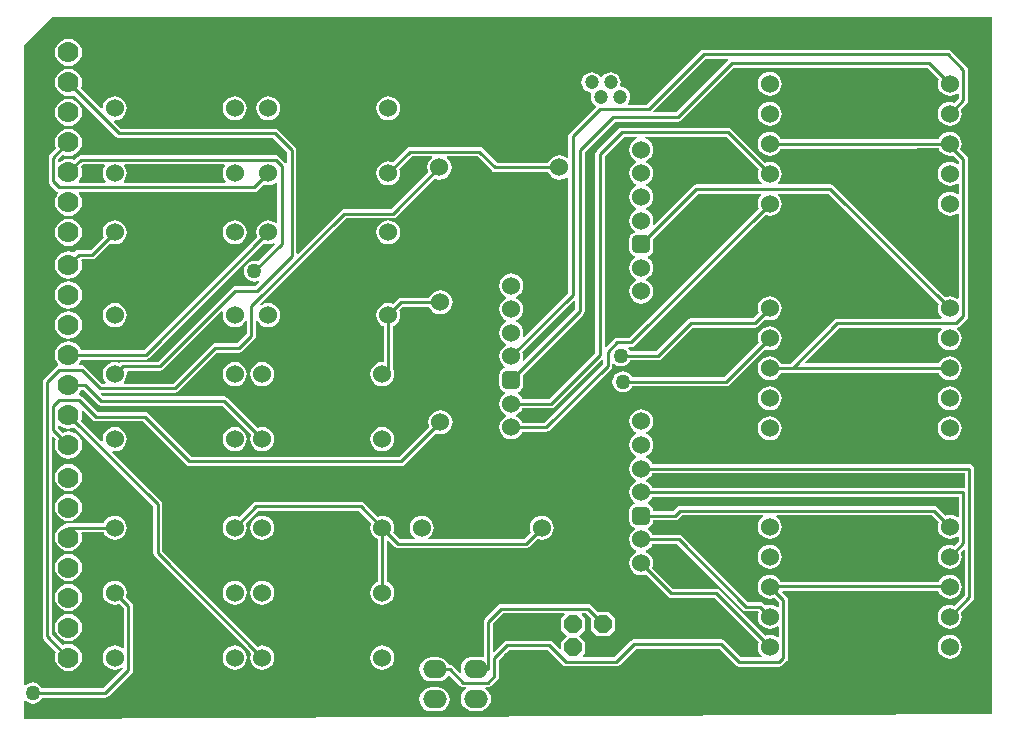
<source format=gbl>
G04 Layer_Physical_Order=2*
G04 Layer_Color=11436288*
%FSLAX24Y24*%
%MOIN*%
G70*
G01*
G75*
%ADD10C,0.0100*%
G04:AMPARAMS|DCode=11|XSize=60mil|YSize=60mil|CornerRadius=15mil|HoleSize=0mil|Usage=FLASHONLY|Rotation=90.000|XOffset=0mil|YOffset=0mil|HoleType=Round|Shape=RoundedRectangle|*
%AMROUNDEDRECTD11*
21,1,0.0600,0.0300,0,0,90.0*
21,1,0.0300,0.0600,0,0,90.0*
1,1,0.0300,0.0150,0.0150*
1,1,0.0300,0.0150,-0.0150*
1,1,0.0300,-0.0150,-0.0150*
1,1,0.0300,-0.0150,0.0150*
%
%ADD11ROUNDEDRECTD11*%
%ADD12C,0.0600*%
%ADD13C,0.0700*%
%ADD14O,0.0800X0.0600*%
%ADD15C,0.1070*%
%ADD16C,0.0472*%
%ADD17P,0.0639X8X22.5*%
%ADD18O,0.1181X0.1969*%
%ADD19C,0.0500*%
G36*
X49110Y10141D02*
X16870Y9946D01*
X16835Y9981D01*
Y10557D01*
X16885Y10571D01*
X16949Y10521D01*
X17035Y10486D01*
X17126Y10474D01*
X17217Y10486D01*
X17302Y10521D01*
X17376Y10577D01*
X17432Y10650D01*
X17441Y10674D01*
X19537D01*
X19595Y10685D01*
X19645Y10719D01*
X19645Y10719D01*
X20418Y11492D01*
X20451Y11541D01*
X20463Y11600D01*
Y13714D01*
X20451Y13772D01*
X20418Y13822D01*
X20220Y14020D01*
X20240Y14069D01*
X20254Y14173D01*
X20240Y14278D01*
X20200Y14375D01*
X20136Y14459D01*
X20052Y14523D01*
X19955Y14563D01*
X19850Y14577D01*
X19746Y14563D01*
X19649Y14523D01*
X19565Y14459D01*
X19501Y14375D01*
X19461Y14278D01*
X19447Y14173D01*
X19461Y14069D01*
X19501Y13971D01*
X19565Y13888D01*
X19649Y13824D01*
X19746Y13784D01*
X19850Y13770D01*
X19955Y13784D01*
X20004Y13804D01*
X20157Y13650D01*
Y12340D01*
X20107Y12315D01*
X20052Y12357D01*
X19955Y12398D01*
X19850Y12411D01*
X19746Y12398D01*
X19649Y12357D01*
X19565Y12293D01*
X19501Y12210D01*
X19461Y12112D01*
X19447Y12008D01*
X19461Y11903D01*
X19501Y11806D01*
X19565Y11723D01*
X19649Y11658D01*
X19746Y11618D01*
X19850Y11604D01*
X19955Y11618D01*
X20052Y11658D01*
X20071Y11673D01*
X20125Y11652D01*
X20128Y11634D01*
X19473Y10980D01*
X17441D01*
X17432Y11003D01*
X17376Y11076D01*
X17302Y11132D01*
X17217Y11168D01*
X17126Y11180D01*
X17035Y11168D01*
X16949Y11132D01*
X16885Y11083D01*
X16835Y11097D01*
Y32438D01*
X17759Y33362D01*
X49110D01*
Y10141D01*
D02*
G37*
%LPC*%
G36*
X18307Y18462D02*
X18190Y18446D01*
X18080Y18401D01*
X17986Y18329D01*
X17914Y18235D01*
X17869Y18125D01*
X17853Y18008D01*
X17869Y17890D01*
X17914Y17781D01*
X17986Y17687D01*
X18080Y17615D01*
X18190Y17569D01*
X18307Y17554D01*
X18425Y17569D01*
X18534Y17615D01*
X18628Y17687D01*
X18700Y17781D01*
X18745Y17890D01*
X18761Y18008D01*
X18745Y18125D01*
X18700Y18235D01*
X18628Y18329D01*
X18534Y18401D01*
X18425Y18446D01*
X18307Y18462D01*
D02*
G37*
G36*
X23850Y19695D02*
X23746Y19681D01*
X23649Y19641D01*
X23565Y19577D01*
X23501Y19493D01*
X23461Y19396D01*
X23447Y19291D01*
X23461Y19187D01*
X23501Y19090D01*
X23565Y19006D01*
X23649Y18942D01*
X23746Y18902D01*
X23850Y18888D01*
X23955Y18902D01*
X24052Y18942D01*
X24136Y19006D01*
X24200Y19090D01*
X24240Y19187D01*
X24254Y19291D01*
X24240Y19396D01*
X24200Y19493D01*
X24136Y19577D01*
X24052Y19641D01*
X23955Y19681D01*
X23850Y19695D01*
D02*
G37*
G36*
X28772D02*
X28667Y19681D01*
X28570Y19641D01*
X28486Y19577D01*
X28422Y19493D01*
X28382Y19396D01*
X28368Y19291D01*
X28382Y19187D01*
X28422Y19090D01*
X28486Y19006D01*
X28570Y18942D01*
X28667Y18902D01*
X28772Y18888D01*
X28876Y18902D01*
X28973Y18942D01*
X29057Y19006D01*
X29121Y19090D01*
X29161Y19187D01*
X29175Y19291D01*
X29161Y19396D01*
X29121Y19493D01*
X29057Y19577D01*
X28973Y19641D01*
X28876Y19681D01*
X28772Y19695D01*
D02*
G37*
G36*
X24772Y16742D02*
X24667Y16728D01*
X24570Y16688D01*
X24486Y16624D01*
X24422Y16540D01*
X24382Y16443D01*
X24368Y16339D01*
X24382Y16234D01*
X24422Y16137D01*
X24486Y16053D01*
X24570Y15989D01*
X24667Y15949D01*
X24772Y15935D01*
X24876Y15949D01*
X24973Y15989D01*
X25057Y16053D01*
X25121Y16137D01*
X25161Y16234D01*
X25175Y16339D01*
X25161Y16443D01*
X25121Y16540D01*
X25057Y16624D01*
X24973Y16688D01*
X24876Y16728D01*
X24772Y16742D01*
D02*
G37*
G36*
X28060Y17203D02*
X24562D01*
X24503Y17191D01*
X24454Y17158D01*
X24004Y16708D01*
X23955Y16728D01*
X23850Y16742D01*
X23746Y16728D01*
X23649Y16688D01*
X23565Y16624D01*
X23501Y16540D01*
X23461Y16443D01*
X23447Y16339D01*
X23461Y16234D01*
X23501Y16137D01*
X23565Y16053D01*
X23649Y15989D01*
X23746Y15949D01*
X23850Y15935D01*
X23955Y15949D01*
X24052Y15989D01*
X24136Y16053D01*
X24200Y16137D01*
X24240Y16234D01*
X24254Y16339D01*
X24240Y16443D01*
X24220Y16492D01*
X24625Y16897D01*
X27997D01*
X28402Y16492D01*
X28382Y16443D01*
X28368Y16339D01*
X28382Y16234D01*
X28422Y16137D01*
X28486Y16053D01*
X28570Y15989D01*
X28619Y15969D01*
Y14543D01*
X28570Y14523D01*
X28486Y14459D01*
X28422Y14375D01*
X28382Y14278D01*
X28368Y14173D01*
X28382Y14069D01*
X28422Y13971D01*
X28486Y13888D01*
X28570Y13824D01*
X28667Y13784D01*
X28772Y13770D01*
X28876Y13784D01*
X28973Y13824D01*
X29057Y13888D01*
X29121Y13971D01*
X29161Y14069D01*
X29175Y14173D01*
X29161Y14278D01*
X29121Y14375D01*
X29057Y14459D01*
X28973Y14523D01*
X28925Y14543D01*
Y15899D01*
X28975Y15919D01*
X29202Y15692D01*
X29252Y15659D01*
X29310Y15647D01*
X33548D01*
X33607Y15659D01*
X33656Y15692D01*
X33933Y15969D01*
X33982Y15949D01*
X34087Y15935D01*
X34191Y15949D01*
X34288Y15989D01*
X34372Y16053D01*
X34436Y16137D01*
X34476Y16234D01*
X34490Y16339D01*
X34476Y16443D01*
X34436Y16540D01*
X34372Y16624D01*
X34288Y16688D01*
X34191Y16728D01*
X34087Y16742D01*
X33982Y16728D01*
X33885Y16688D01*
X33801Y16624D01*
X33737Y16540D01*
X33697Y16443D01*
X33683Y16339D01*
X33697Y16234D01*
X33717Y16185D01*
X33485Y15953D01*
X30323D01*
X30306Y16003D01*
X30372Y16053D01*
X30436Y16137D01*
X30476Y16234D01*
X30490Y16339D01*
X30476Y16443D01*
X30436Y16540D01*
X30372Y16624D01*
X30288Y16688D01*
X30191Y16728D01*
X30087Y16742D01*
X29982Y16728D01*
X29885Y16688D01*
X29801Y16624D01*
X29737Y16540D01*
X29697Y16443D01*
X29683Y16339D01*
X29697Y16234D01*
X29737Y16137D01*
X29801Y16053D01*
X29867Y16003D01*
X29850Y15953D01*
X29374D01*
X29141Y16185D01*
X29161Y16234D01*
X29175Y16339D01*
X29161Y16443D01*
X29121Y16540D01*
X29057Y16624D01*
X28973Y16688D01*
X28876Y16728D01*
X28772Y16742D01*
X28667Y16728D01*
X28618Y16708D01*
X28168Y17158D01*
X28119Y17191D01*
X28060Y17203D01*
D02*
G37*
G36*
X18307Y17462D02*
X18190Y17446D01*
X18080Y17401D01*
X17986Y17329D01*
X17914Y17235D01*
X17869Y17125D01*
X17853Y17008D01*
X17869Y16890D01*
X17914Y16781D01*
X17986Y16687D01*
X18080Y16615D01*
X18190Y16569D01*
X18307Y16554D01*
X18425Y16569D01*
X18534Y16615D01*
X18628Y16687D01*
X18700Y16781D01*
X18745Y16890D01*
X18761Y17008D01*
X18745Y17125D01*
X18700Y17235D01*
X18628Y17329D01*
X18534Y17401D01*
X18425Y17446D01*
X18307Y17462D01*
D02*
G37*
G36*
X47685Y21057D02*
X47581Y21043D01*
X47483Y21003D01*
X47400Y20939D01*
X47336Y20855D01*
X47295Y20758D01*
X47282Y20654D01*
X47295Y20549D01*
X47336Y20452D01*
X47400Y20368D01*
X47483Y20304D01*
X47581Y20264D01*
X47685Y20250D01*
X47789Y20264D01*
X47887Y20304D01*
X47970Y20368D01*
X48034Y20452D01*
X48075Y20549D01*
X48088Y20654D01*
X48075Y20758D01*
X48034Y20855D01*
X47970Y20939D01*
X47887Y21003D01*
X47789Y21043D01*
X47685Y21057D01*
D02*
G37*
G36*
X23850Y21860D02*
X23746Y21846D01*
X23649Y21806D01*
X23565Y21742D01*
X23501Y21658D01*
X23461Y21561D01*
X23447Y21457D01*
X23461Y21352D01*
X23501Y21255D01*
X23565Y21171D01*
X23649Y21107D01*
X23746Y21067D01*
X23850Y21053D01*
X23955Y21067D01*
X24052Y21107D01*
X24136Y21171D01*
X24200Y21255D01*
X24240Y21352D01*
X24254Y21457D01*
X24240Y21561D01*
X24200Y21658D01*
X24136Y21742D01*
X24052Y21806D01*
X23955Y21846D01*
X23850Y21860D01*
D02*
G37*
G36*
X24772D02*
X24667Y21846D01*
X24570Y21806D01*
X24486Y21742D01*
X24422Y21658D01*
X24382Y21561D01*
X24368Y21457D01*
X24382Y21352D01*
X24422Y21255D01*
X24486Y21171D01*
X24570Y21107D01*
X24667Y21067D01*
X24772Y21053D01*
X24876Y21067D01*
X24973Y21107D01*
X25057Y21171D01*
X25121Y21255D01*
X25161Y21352D01*
X25175Y21457D01*
X25161Y21561D01*
X25121Y21658D01*
X25057Y21742D01*
X24973Y21806D01*
X24876Y21846D01*
X24772Y21860D01*
D02*
G37*
G36*
X41685Y20057D02*
X41581Y20043D01*
X41483Y20003D01*
X41400Y19939D01*
X41336Y19855D01*
X41295Y19758D01*
X41282Y19654D01*
X41295Y19549D01*
X41336Y19452D01*
X41400Y19368D01*
X41483Y19304D01*
X41581Y19264D01*
X41685Y19250D01*
X41789Y19264D01*
X41887Y19304D01*
X41970Y19368D01*
X42034Y19452D01*
X42075Y19549D01*
X42088Y19654D01*
X42075Y19758D01*
X42034Y19855D01*
X41970Y19939D01*
X41887Y20003D01*
X41789Y20043D01*
X41685Y20057D01*
D02*
G37*
G36*
X47685D02*
X47581Y20043D01*
X47483Y20003D01*
X47400Y19939D01*
X47336Y19855D01*
X47295Y19758D01*
X47282Y19654D01*
X47295Y19549D01*
X47336Y19452D01*
X47400Y19368D01*
X47483Y19304D01*
X47581Y19264D01*
X47685Y19250D01*
X47789Y19264D01*
X47887Y19304D01*
X47970Y19368D01*
X48034Y19452D01*
X48075Y19549D01*
X48088Y19654D01*
X48075Y19758D01*
X48034Y19855D01*
X47970Y19939D01*
X47887Y20003D01*
X47789Y20043D01*
X47685Y20057D01*
D02*
G37*
G36*
X41685Y21057D02*
X41581Y21043D01*
X41483Y21003D01*
X41400Y20939D01*
X41336Y20855D01*
X41295Y20758D01*
X41282Y20654D01*
X41295Y20549D01*
X41336Y20452D01*
X41400Y20368D01*
X41483Y20304D01*
X41581Y20264D01*
X41685Y20250D01*
X41789Y20264D01*
X41887Y20304D01*
X41970Y20368D01*
X42034Y20452D01*
X42075Y20549D01*
X42088Y20654D01*
X42075Y20758D01*
X42034Y20855D01*
X41970Y20939D01*
X41887Y21003D01*
X41789Y21043D01*
X41685Y21057D01*
D02*
G37*
G36*
X47685Y12774D02*
X47581Y12760D01*
X47483Y12719D01*
X47400Y12655D01*
X47336Y12572D01*
X47295Y12474D01*
X47282Y12370D01*
X47295Y12266D01*
X47336Y12168D01*
X47400Y12085D01*
X47483Y12021D01*
X47581Y11980D01*
X47685Y11967D01*
X47789Y11980D01*
X47887Y12021D01*
X47970Y12085D01*
X48034Y12168D01*
X48075Y12266D01*
X48088Y12370D01*
X48075Y12474D01*
X48034Y12572D01*
X47970Y12655D01*
X47887Y12719D01*
X47789Y12760D01*
X47685Y12774D01*
D02*
G37*
G36*
X18307Y13462D02*
X18190Y13446D01*
X18080Y13401D01*
X17986Y13329D01*
X17914Y13235D01*
X17869Y13125D01*
X17853Y13008D01*
X17869Y12890D01*
X17914Y12781D01*
X17986Y12687D01*
X18080Y12615D01*
X18190Y12569D01*
X18307Y12554D01*
X18425Y12569D01*
X18534Y12615D01*
X18628Y12687D01*
X18700Y12781D01*
X18745Y12890D01*
X18761Y13008D01*
X18745Y13125D01*
X18700Y13235D01*
X18628Y13329D01*
X18534Y13401D01*
X18425Y13446D01*
X18307Y13462D01*
D02*
G37*
G36*
Y14462D02*
X18190Y14446D01*
X18080Y14401D01*
X17986Y14329D01*
X17914Y14235D01*
X17869Y14125D01*
X17853Y14008D01*
X17869Y13890D01*
X17914Y13781D01*
X17986Y13687D01*
X18080Y13615D01*
X18190Y13569D01*
X18307Y13554D01*
X18425Y13569D01*
X18534Y13615D01*
X18628Y13687D01*
X18700Y13781D01*
X18745Y13890D01*
X18761Y14008D01*
X18745Y14125D01*
X18700Y14235D01*
X18628Y14329D01*
X18534Y14401D01*
X18425Y14446D01*
X18307Y14462D01*
D02*
G37*
G36*
X30612Y11018D02*
X30412D01*
X30307Y11004D01*
X30210Y10964D01*
X30127Y10899D01*
X30062Y10816D01*
X30022Y10719D01*
X30008Y10614D01*
X30022Y10510D01*
X30062Y10412D01*
X30127Y10329D01*
X30210Y10265D01*
X30307Y10224D01*
X30412Y10211D01*
X30612D01*
X30716Y10224D01*
X30814Y10265D01*
X30897Y10329D01*
X30961Y10412D01*
X31002Y10510D01*
X31015Y10614D01*
X31002Y10719D01*
X30961Y10816D01*
X30897Y10899D01*
X30814Y10964D01*
X30716Y11004D01*
X30612Y11018D01*
D02*
G37*
G36*
X23850Y12411D02*
X23746Y12398D01*
X23649Y12357D01*
X23565Y12293D01*
X23501Y12210D01*
X23461Y12112D01*
X23447Y12008D01*
X23461Y11903D01*
X23501Y11806D01*
X23565Y11723D01*
X23649Y11658D01*
X23746Y11618D01*
X23850Y11604D01*
X23955Y11618D01*
X24052Y11658D01*
X24136Y11723D01*
X24200Y11806D01*
X24240Y11903D01*
X24254Y12008D01*
X24240Y12112D01*
X24200Y12210D01*
X24136Y12293D01*
X24052Y12357D01*
X23955Y12398D01*
X23850Y12411D01*
D02*
G37*
G36*
X28772D02*
X28667Y12398D01*
X28570Y12357D01*
X28486Y12293D01*
X28422Y12210D01*
X28382Y12112D01*
X28368Y12008D01*
X28382Y11903D01*
X28422Y11806D01*
X28486Y11723D01*
X28570Y11658D01*
X28667Y11618D01*
X28772Y11604D01*
X28876Y11618D01*
X28973Y11658D01*
X29057Y11723D01*
X29121Y11806D01*
X29161Y11903D01*
X29175Y12008D01*
X29161Y12112D01*
X29121Y12210D01*
X29057Y12293D01*
X28973Y12357D01*
X28876Y12398D01*
X28772Y12411D01*
D02*
G37*
G36*
X41685Y15774D02*
X41581Y15760D01*
X41483Y15719D01*
X41400Y15655D01*
X41336Y15572D01*
X41295Y15474D01*
X41282Y15370D01*
X41295Y15266D01*
X41336Y15168D01*
X41400Y15085D01*
X41483Y15021D01*
X41581Y14980D01*
X41685Y14967D01*
X41789Y14980D01*
X41887Y15021D01*
X41970Y15085D01*
X42034Y15168D01*
X42075Y15266D01*
X42088Y15370D01*
X42075Y15474D01*
X42034Y15572D01*
X41970Y15655D01*
X41887Y15719D01*
X41789Y15760D01*
X41685Y15774D01*
D02*
G37*
G36*
X37402Y20285D02*
X37297Y20272D01*
X37200Y20231D01*
X37116Y20167D01*
X37052Y20084D01*
X37012Y19986D01*
X36998Y19882D01*
X37012Y19777D01*
X37052Y19680D01*
X37116Y19597D01*
X37200Y19533D01*
X37241Y19515D01*
Y19461D01*
X37200Y19444D01*
X37116Y19380D01*
X37052Y19296D01*
X37012Y19199D01*
X36998Y19094D01*
X37012Y18990D01*
X37052Y18893D01*
X37116Y18809D01*
X37200Y18745D01*
X37241Y18728D01*
Y18674D01*
X37200Y18656D01*
X37116Y18592D01*
X37052Y18509D01*
X37012Y18412D01*
X36998Y18307D01*
X37012Y18203D01*
X37052Y18105D01*
X37116Y18022D01*
X37200Y17958D01*
X37241Y17940D01*
Y17886D01*
X37200Y17869D01*
X37116Y17805D01*
X37052Y17721D01*
X37012Y17624D01*
X36998Y17520D01*
X37012Y17415D01*
X37052Y17318D01*
X37116Y17234D01*
X37192Y17176D01*
X37191Y17147D01*
X37182Y17123D01*
X37154Y17118D01*
X37071Y17063D01*
X37016Y16980D01*
X36997Y16882D01*
Y16582D01*
X37016Y16485D01*
X37071Y16402D01*
X37154Y16347D01*
X37182Y16341D01*
X37191Y16318D01*
X37192Y16288D01*
X37116Y16230D01*
X37052Y16147D01*
X37012Y16049D01*
X36998Y15945D01*
X37012Y15840D01*
X37052Y15743D01*
X37116Y15660D01*
X37200Y15595D01*
X37241Y15578D01*
Y15524D01*
X37200Y15507D01*
X37116Y15443D01*
X37052Y15359D01*
X37012Y15262D01*
X36998Y15157D01*
X37012Y15053D01*
X37052Y14956D01*
X37116Y14872D01*
X37200Y14808D01*
X37297Y14768D01*
X37402Y14754D01*
X37506Y14768D01*
X37555Y14788D01*
X38301Y14042D01*
X38351Y14009D01*
X38409Y13997D01*
X39842D01*
X41316Y12523D01*
X41295Y12474D01*
X41282Y12370D01*
X41295Y12266D01*
X41336Y12168D01*
X41400Y12085D01*
X41428Y12063D01*
X41411Y12013D01*
X40733D01*
X40178Y12568D01*
X40129Y12601D01*
X40070Y12613D01*
X37160D01*
X37101Y12601D01*
X37052Y12568D01*
X36507Y12023D01*
X35475D01*
X35455Y12069D01*
X35533Y12147D01*
Y12542D01*
X35337Y12738D01*
X35533Y12934D01*
Y13330D01*
X35422Y13441D01*
X35441Y13487D01*
X35551D01*
X35727Y13311D01*
Y12934D01*
X35924Y12737D01*
X36320D01*
X36517Y12934D01*
Y13330D01*
X36320Y13527D01*
X35943D01*
X35722Y13748D01*
X35672Y13781D01*
X35614Y13793D01*
X32740D01*
X32681Y13781D01*
X32632Y13748D01*
X32192Y13308D01*
X32159Y13259D01*
X32147Y13200D01*
Y12043D01*
X32105Y12015D01*
X32094Y12020D01*
X31990Y12033D01*
X31790D01*
X31685Y12020D01*
X31588Y11979D01*
X31504Y11915D01*
X31440Y11832D01*
X31400Y11734D01*
X31386Y11630D01*
X31399Y11532D01*
X31386Y11520D01*
X31354Y11507D01*
X31138Y11722D01*
X31089Y11755D01*
X31030Y11767D01*
X30981D01*
X30961Y11816D01*
X30897Y11899D01*
X30814Y11964D01*
X30716Y12004D01*
X30612Y12018D01*
X30412D01*
X30307Y12004D01*
X30210Y11964D01*
X30127Y11899D01*
X30062Y11816D01*
X30022Y11719D01*
X30008Y11614D01*
X30022Y11510D01*
X30062Y11412D01*
X30127Y11329D01*
X30210Y11265D01*
X30307Y11224D01*
X30412Y11211D01*
X30612D01*
X30716Y11224D01*
X30814Y11265D01*
X30897Y11329D01*
X30954Y11403D01*
X31010Y11417D01*
X31366Y11062D01*
X31416Y11029D01*
X31474Y11017D01*
X31555D01*
X31572Y10967D01*
X31504Y10915D01*
X31440Y10832D01*
X31400Y10734D01*
X31386Y10630D01*
X31400Y10525D01*
X31440Y10428D01*
X31504Y10345D01*
X31588Y10281D01*
X31685Y10240D01*
X31790Y10226D01*
X31990D01*
X32094Y10240D01*
X32191Y10281D01*
X32275Y10345D01*
X32339Y10428D01*
X32379Y10525D01*
X32393Y10630D01*
X32379Y10734D01*
X32339Y10832D01*
X32275Y10915D01*
X32207Y10967D01*
X32224Y11017D01*
X32280D01*
X32339Y11029D01*
X32388Y11062D01*
X32618Y11292D01*
X32651Y11341D01*
X32663Y11400D01*
Y11937D01*
X32993Y12267D01*
X34277D01*
X34782Y11762D01*
X34831Y11729D01*
X34841Y11727D01*
X34890Y11717D01*
X36570D01*
X36629Y11729D01*
X36678Y11762D01*
X37223Y12307D01*
X40007D01*
X40562Y11752D01*
X40611Y11719D01*
X40670Y11707D01*
X42000D01*
X42059Y11719D01*
X42108Y11752D01*
X42248Y11892D01*
X42281Y11941D01*
X42293Y12000D01*
Y13915D01*
X42281Y13974D01*
X42248Y14023D01*
X42094Y14177D01*
X42115Y14227D01*
X47311D01*
X47336Y14168D01*
X47400Y14085D01*
X47483Y14021D01*
X47581Y13980D01*
X47685Y13967D01*
X47789Y13980D01*
X47887Y14021D01*
X47970Y14085D01*
X48034Y14168D01*
X48075Y14266D01*
X48088Y14370D01*
X48075Y14475D01*
X48034Y14572D01*
X47970Y14655D01*
X47887Y14719D01*
X47789Y14760D01*
X47685Y14774D01*
X47581Y14760D01*
X47483Y14719D01*
X47400Y14655D01*
X47336Y14572D01*
X47320Y14533D01*
X42051D01*
X42034Y14572D01*
X41970Y14655D01*
X41887Y14719D01*
X41789Y14760D01*
X41685Y14774D01*
X41581Y14760D01*
X41483Y14719D01*
X41400Y14655D01*
X41336Y14572D01*
X41295Y14475D01*
X41282Y14370D01*
X41295Y14266D01*
X41336Y14168D01*
X41400Y14085D01*
X41483Y14021D01*
X41581Y13980D01*
X41685Y13967D01*
X41789Y13980D01*
X41838Y14001D01*
X41987Y13852D01*
Y13706D01*
X41937Y13681D01*
X41887Y13719D01*
X41789Y13760D01*
X41685Y13774D01*
X41581Y13760D01*
X41532Y13740D01*
X41455Y13817D01*
X41405Y13850D01*
X41347Y13861D01*
X40965D01*
X38773Y16053D01*
X38724Y16086D01*
X38665Y16098D01*
X37771D01*
X37751Y16147D01*
X37687Y16230D01*
X37611Y16288D01*
X37612Y16318D01*
X37621Y16341D01*
X37649Y16347D01*
X37732Y16402D01*
X37787Y16485D01*
X37806Y16579D01*
X38532D01*
X38591Y16591D01*
X38640Y16624D01*
X38773Y16757D01*
X41450D01*
X41467Y16707D01*
X41400Y16655D01*
X41336Y16572D01*
X41295Y16474D01*
X41282Y16370D01*
X41295Y16266D01*
X41336Y16168D01*
X41400Y16085D01*
X41483Y16021D01*
X41581Y15980D01*
X41685Y15967D01*
X41789Y15980D01*
X41887Y16021D01*
X41970Y16085D01*
X42034Y16168D01*
X42075Y16266D01*
X42088Y16370D01*
X42075Y16474D01*
X42034Y16572D01*
X41970Y16655D01*
X41903Y16707D01*
X41920Y16757D01*
X47082D01*
X47316Y16523D01*
X47295Y16474D01*
X47282Y16370D01*
X47295Y16266D01*
X47336Y16168D01*
X47400Y16085D01*
X47483Y16021D01*
X47581Y15980D01*
X47685Y15967D01*
X47789Y15980D01*
X47887Y16021D01*
X47937Y16059D01*
X47987Y16035D01*
Y15888D01*
X47838Y15740D01*
X47789Y15760D01*
X47685Y15774D01*
X47581Y15760D01*
X47483Y15719D01*
X47400Y15655D01*
X47336Y15572D01*
X47295Y15474D01*
X47282Y15370D01*
X47295Y15266D01*
X47336Y15168D01*
X47400Y15085D01*
X47483Y15021D01*
X47581Y14980D01*
X47685Y14967D01*
X47789Y14980D01*
X47887Y15021D01*
X47970Y15085D01*
X48034Y15168D01*
X48075Y15266D01*
X48088Y15370D01*
X48075Y15474D01*
X48055Y15523D01*
X48141Y15610D01*
X48187Y15590D01*
Y14088D01*
X47838Y13740D01*
X47789Y13760D01*
X47685Y13774D01*
X47581Y13760D01*
X47483Y13719D01*
X47400Y13655D01*
X47336Y13572D01*
X47295Y13475D01*
X47282Y13370D01*
X47295Y13266D01*
X47336Y13168D01*
X47400Y13085D01*
X47483Y13021D01*
X47581Y12980D01*
X47685Y12967D01*
X47789Y12980D01*
X47887Y13021D01*
X47970Y13085D01*
X48034Y13168D01*
X48075Y13266D01*
X48088Y13370D01*
X48075Y13475D01*
X48055Y13523D01*
X48448Y13917D01*
X48481Y13967D01*
X48493Y14025D01*
Y18300D01*
X48481Y18359D01*
X48448Y18408D01*
X48441Y18415D01*
X48391Y18448D01*
X48333Y18460D01*
X37771D01*
X37751Y18509D01*
X37687Y18592D01*
X37603Y18656D01*
X37562Y18674D01*
Y18728D01*
X37603Y18745D01*
X37687Y18809D01*
X37751Y18893D01*
X37791Y18990D01*
X37805Y19094D01*
X37791Y19199D01*
X37751Y19296D01*
X37687Y19380D01*
X37603Y19444D01*
X37562Y19461D01*
Y19515D01*
X37603Y19533D01*
X37687Y19597D01*
X37751Y19680D01*
X37791Y19777D01*
X37805Y19882D01*
X37791Y19986D01*
X37751Y20084D01*
X37687Y20167D01*
X37603Y20231D01*
X37506Y20272D01*
X37402Y20285D01*
D02*
G37*
G36*
X19850Y16742D02*
X19746Y16728D01*
X19649Y16688D01*
X19565Y16624D01*
X19501Y16540D01*
X19481Y16493D01*
X18307D01*
X18249Y16481D01*
X18199Y16448D01*
X18198Y16447D01*
X18190Y16446D01*
X18080Y16401D01*
X17986Y16329D01*
X17914Y16235D01*
X17869Y16125D01*
X17853Y16008D01*
X17869Y15890D01*
X17914Y15781D01*
X17986Y15687D01*
X18080Y15615D01*
X18190Y15569D01*
X18307Y15554D01*
X18425Y15569D01*
X18534Y15615D01*
X18628Y15687D01*
X18700Y15781D01*
X18745Y15890D01*
X18761Y16008D01*
X18745Y16125D01*
X18737Y16145D01*
X18765Y16187D01*
X19480D01*
X19501Y16137D01*
X19565Y16053D01*
X19649Y15989D01*
X19746Y15949D01*
X19850Y15935D01*
X19955Y15949D01*
X20052Y15989D01*
X20136Y16053D01*
X20200Y16137D01*
X20240Y16234D01*
X20254Y16339D01*
X20240Y16443D01*
X20200Y16540D01*
X20136Y16624D01*
X20052Y16688D01*
X19955Y16728D01*
X19850Y16742D01*
D02*
G37*
G36*
X23850Y14577D02*
X23746Y14563D01*
X23649Y14523D01*
X23565Y14459D01*
X23501Y14375D01*
X23461Y14278D01*
X23447Y14173D01*
X23461Y14069D01*
X23501Y13971D01*
X23565Y13888D01*
X23649Y13824D01*
X23746Y13784D01*
X23850Y13770D01*
X23955Y13784D01*
X24052Y13824D01*
X24136Y13888D01*
X24200Y13971D01*
X24240Y14069D01*
X24254Y14173D01*
X24240Y14278D01*
X24200Y14375D01*
X24136Y14459D01*
X24052Y14523D01*
X23955Y14563D01*
X23850Y14577D01*
D02*
G37*
G36*
X24772D02*
X24667Y14563D01*
X24570Y14523D01*
X24486Y14459D01*
X24422Y14375D01*
X24382Y14278D01*
X24368Y14173D01*
X24382Y14069D01*
X24422Y13971D01*
X24486Y13888D01*
X24570Y13824D01*
X24667Y13784D01*
X24772Y13770D01*
X24876Y13784D01*
X24973Y13824D01*
X25057Y13888D01*
X25121Y13971D01*
X25161Y14069D01*
X25175Y14173D01*
X25161Y14278D01*
X25121Y14375D01*
X25057Y14459D01*
X24973Y14523D01*
X24876Y14563D01*
X24772Y14577D01*
D02*
G37*
G36*
X18307Y15462D02*
X18190Y15446D01*
X18080Y15401D01*
X17986Y15329D01*
X17914Y15235D01*
X17869Y15125D01*
X17853Y15008D01*
X17869Y14890D01*
X17914Y14781D01*
X17986Y14687D01*
X18080Y14615D01*
X18190Y14569D01*
X18307Y14554D01*
X18425Y14569D01*
X18534Y14615D01*
X18628Y14687D01*
X18700Y14781D01*
X18745Y14890D01*
X18761Y15008D01*
X18745Y15125D01*
X18700Y15235D01*
X18628Y15329D01*
X18534Y15401D01*
X18425Y15446D01*
X18307Y15462D01*
D02*
G37*
G36*
X19850Y26585D02*
X19746Y26571D01*
X19649Y26530D01*
X19565Y26466D01*
X19501Y26383D01*
X19461Y26286D01*
X19447Y26181D01*
X19461Y26077D01*
X19481Y26028D01*
X19046Y25593D01*
X18653D01*
X18594Y25581D01*
X18544Y25548D01*
X18499Y25502D01*
X18425Y25533D01*
X18307Y25548D01*
X18190Y25533D01*
X18080Y25488D01*
X17986Y25415D01*
X17914Y25321D01*
X17869Y25212D01*
X17853Y25094D01*
X17869Y24977D01*
X17914Y24868D01*
X17986Y24774D01*
X18080Y24701D01*
X18190Y24656D01*
X18307Y24641D01*
X18425Y24656D01*
X18534Y24701D01*
X18628Y24774D01*
X18700Y24868D01*
X18745Y24977D01*
X18761Y25094D01*
X18745Y25212D01*
X18735Y25237D01*
X18769Y25287D01*
X19109D01*
X19168Y25299D01*
X19217Y25332D01*
X19697Y25812D01*
X19746Y25791D01*
X19850Y25778D01*
X19955Y25791D01*
X20052Y25832D01*
X20136Y25896D01*
X20200Y25979D01*
X20240Y26077D01*
X20254Y26181D01*
X20240Y26286D01*
X20200Y26383D01*
X20136Y26466D01*
X20052Y26530D01*
X19955Y26571D01*
X19850Y26585D01*
D02*
G37*
G36*
X23850D02*
X23746Y26571D01*
X23649Y26530D01*
X23565Y26466D01*
X23501Y26383D01*
X23461Y26286D01*
X23447Y26181D01*
X23461Y26077D01*
X23501Y25979D01*
X23565Y25896D01*
X23649Y25832D01*
X23746Y25791D01*
X23850Y25778D01*
X23955Y25791D01*
X24052Y25832D01*
X24136Y25896D01*
X24200Y25979D01*
X24240Y26077D01*
X24254Y26181D01*
X24240Y26286D01*
X24200Y26383D01*
X24136Y26466D01*
X24052Y26530D01*
X23955Y26571D01*
X23850Y26585D01*
D02*
G37*
G36*
X28969Y30718D02*
X28864Y30705D01*
X28767Y30664D01*
X28683Y30600D01*
X28619Y30517D01*
X28579Y30419D01*
X28565Y30315D01*
X28579Y30211D01*
X28619Y30113D01*
X28683Y30030D01*
X28767Y29966D01*
X28864Y29925D01*
X28969Y29912D01*
X29073Y29925D01*
X29170Y29966D01*
X29254Y30030D01*
X29318Y30113D01*
X29358Y30211D01*
X29372Y30315D01*
X29358Y30419D01*
X29318Y30517D01*
X29254Y30600D01*
X29170Y30664D01*
X29073Y30705D01*
X28969Y30718D01*
D02*
G37*
G36*
X18307Y26635D02*
X18190Y26620D01*
X18080Y26574D01*
X17986Y26502D01*
X17914Y26408D01*
X17869Y26299D01*
X17853Y26181D01*
X17869Y26064D01*
X17914Y25954D01*
X17986Y25860D01*
X18080Y25788D01*
X18190Y25743D01*
X18307Y25727D01*
X18425Y25743D01*
X18534Y25788D01*
X18628Y25860D01*
X18700Y25954D01*
X18745Y26064D01*
X18761Y26181D01*
X18745Y26299D01*
X18700Y26408D01*
X18628Y26502D01*
X18534Y26574D01*
X18425Y26620D01*
X18307Y26635D01*
D02*
G37*
G36*
X24969Y30718D02*
X24864Y30705D01*
X24767Y30664D01*
X24683Y30600D01*
X24619Y30517D01*
X24579Y30419D01*
X24565Y30315D01*
X24579Y30211D01*
X24619Y30113D01*
X24683Y30030D01*
X24767Y29966D01*
X24864Y29925D01*
X24969Y29912D01*
X25073Y29925D01*
X25170Y29966D01*
X25254Y30030D01*
X25318Y30113D01*
X25358Y30211D01*
X25372Y30315D01*
X25358Y30419D01*
X25318Y30517D01*
X25254Y30600D01*
X25170Y30664D01*
X25073Y30705D01*
X24969Y30718D01*
D02*
G37*
G36*
X41685Y30537D02*
X41581Y30524D01*
X41483Y30483D01*
X41400Y30419D01*
X41336Y30336D01*
X41295Y30238D01*
X41282Y30134D01*
X41295Y30029D01*
X41336Y29932D01*
X41400Y29849D01*
X41483Y29784D01*
X41581Y29744D01*
X41685Y29730D01*
X41789Y29744D01*
X41887Y29784D01*
X41970Y29849D01*
X42034Y29932D01*
X42075Y30029D01*
X42088Y30134D01*
X42075Y30238D01*
X42034Y30336D01*
X41970Y30419D01*
X41887Y30483D01*
X41789Y30524D01*
X41685Y30537D01*
D02*
G37*
G36*
X18307Y30635D02*
X18190Y30620D01*
X18080Y30574D01*
X17986Y30502D01*
X17914Y30408D01*
X17869Y30299D01*
X17853Y30181D01*
X17869Y30064D01*
X17914Y29954D01*
X17986Y29860D01*
X18080Y29788D01*
X18190Y29743D01*
X18307Y29727D01*
X18425Y29743D01*
X18534Y29788D01*
X18628Y29860D01*
X18700Y29954D01*
X18745Y30064D01*
X18761Y30181D01*
X18745Y30299D01*
X18700Y30408D01*
X18628Y30502D01*
X18534Y30574D01*
X18425Y30620D01*
X18307Y30635D01*
D02*
G37*
G36*
X28969Y26585D02*
X28864Y26571D01*
X28767Y26530D01*
X28683Y26466D01*
X28619Y26383D01*
X28579Y26286D01*
X28565Y26181D01*
X28579Y26077D01*
X28619Y25979D01*
X28683Y25896D01*
X28767Y25832D01*
X28864Y25791D01*
X28969Y25778D01*
X29073Y25791D01*
X29170Y25832D01*
X29254Y25896D01*
X29318Y25979D01*
X29358Y26077D01*
X29372Y26181D01*
X29358Y26286D01*
X29318Y26383D01*
X29254Y26466D01*
X29170Y26530D01*
X29073Y26571D01*
X28969Y26585D01*
D02*
G37*
G36*
X23850Y30718D02*
X23746Y30705D01*
X23649Y30664D01*
X23565Y30600D01*
X23501Y30517D01*
X23461Y30419D01*
X23447Y30315D01*
X23461Y30211D01*
X23501Y30113D01*
X23565Y30030D01*
X23649Y29966D01*
X23746Y29925D01*
X23850Y29912D01*
X23955Y29925D01*
X24052Y29966D01*
X24136Y30030D01*
X24200Y30113D01*
X24240Y30211D01*
X24254Y30315D01*
X24240Y30419D01*
X24200Y30517D01*
X24136Y30600D01*
X24052Y30664D01*
X23955Y30705D01*
X23850Y30718D01*
D02*
G37*
G36*
X41685Y31537D02*
X41581Y31524D01*
X41483Y31483D01*
X41400Y31419D01*
X41336Y31336D01*
X41295Y31238D01*
X41282Y31134D01*
X41295Y31029D01*
X41336Y30932D01*
X41400Y30849D01*
X41483Y30784D01*
X41581Y30744D01*
X41685Y30730D01*
X41789Y30744D01*
X41887Y30784D01*
X41970Y30849D01*
X42034Y30932D01*
X42075Y31029D01*
X42088Y31134D01*
X42075Y31238D01*
X42034Y31336D01*
X41970Y31419D01*
X41887Y31483D01*
X41789Y31524D01*
X41685Y31537D01*
D02*
G37*
G36*
X18307Y23548D02*
X18190Y23533D01*
X18080Y23488D01*
X17986Y23415D01*
X17914Y23321D01*
X17869Y23212D01*
X17853Y23094D01*
X17869Y22977D01*
X17914Y22868D01*
X17986Y22774D01*
X18080Y22701D01*
X18190Y22656D01*
X18307Y22641D01*
X18425Y22656D01*
X18534Y22701D01*
X18628Y22774D01*
X18700Y22868D01*
X18745Y22977D01*
X18761Y23094D01*
X18745Y23212D01*
X18700Y23321D01*
X18628Y23415D01*
X18534Y23488D01*
X18425Y23533D01*
X18307Y23548D01*
D02*
G37*
G36*
X41685Y23057D02*
X41581Y23043D01*
X41483Y23003D01*
X41400Y22939D01*
X41336Y22855D01*
X41295Y22758D01*
X41282Y22654D01*
X41295Y22549D01*
X41316Y22500D01*
X40168Y21353D01*
X37105D01*
X37096Y21377D01*
X37040Y21450D01*
X36967Y21506D01*
X36881Y21541D01*
X36790Y21553D01*
X36699Y21541D01*
X36613Y21506D01*
X36540Y21450D01*
X36484Y21377D01*
X36449Y21291D01*
X36437Y21200D01*
X36449Y21109D01*
X36484Y21023D01*
X36540Y20950D01*
X36613Y20894D01*
X36699Y20859D01*
X36790Y20847D01*
X36881Y20859D01*
X36967Y20894D01*
X37040Y20950D01*
X37096Y21023D01*
X37105Y21047D01*
X40231D01*
X40290Y21059D01*
X40340Y21092D01*
X41532Y22284D01*
X41581Y22264D01*
X41685Y22250D01*
X41789Y22264D01*
X41887Y22304D01*
X41970Y22368D01*
X42034Y22452D01*
X42075Y22549D01*
X42088Y22654D01*
X42075Y22758D01*
X42034Y22855D01*
X41970Y22939D01*
X41887Y23003D01*
X41789Y23043D01*
X41685Y23057D01*
D02*
G37*
G36*
X47620Y32273D02*
X39480D01*
X39421Y32261D01*
X39372Y32228D01*
X37587Y30443D01*
X36976D01*
X36951Y30493D01*
X36987Y30539D01*
X37020Y30621D01*
X37032Y30709D01*
X37020Y30796D01*
X36987Y30878D01*
X36933Y30948D01*
X36862Y31002D01*
X36781Y31036D01*
X36738Y31042D01*
X36706Y31093D01*
X36717Y31181D01*
X36706Y31269D01*
X36672Y31351D01*
X36618Y31421D01*
X36548Y31475D01*
X36466Y31509D01*
X36378Y31520D01*
X36290Y31509D01*
X36208Y31475D01*
X36138Y31421D01*
X36092Y31360D01*
X36068Y31356D01*
X36058D01*
X36034Y31360D01*
X35988Y31421D01*
X35918Y31475D01*
X35836Y31509D01*
X35748Y31520D01*
X35660Y31509D01*
X35578Y31475D01*
X35508Y31421D01*
X35454Y31351D01*
X35420Y31269D01*
X35409Y31181D01*
X35420Y31093D01*
X35454Y31012D01*
X35508Y30941D01*
X35578Y30887D01*
X35660Y30854D01*
X35703Y30848D01*
X35735Y30796D01*
X35724Y30709D01*
X35735Y30621D01*
X35769Y30539D01*
X35823Y30469D01*
X35873Y30430D01*
X35883Y30375D01*
X35880Y30366D01*
X35022Y29508D01*
X34989Y29459D01*
X34977Y29400D01*
Y28684D01*
X34927Y28659D01*
X34879Y28696D01*
X34782Y28736D01*
X34677Y28750D01*
X34573Y28736D01*
X34475Y28696D01*
X34392Y28632D01*
X34328Y28548D01*
X34308Y28499D01*
X32597D01*
X32118Y28978D01*
X32069Y29011D01*
X32010Y29023D01*
X29689D01*
X29640Y29013D01*
X29630Y29011D01*
X29581Y28978D01*
X29122Y28519D01*
X29073Y28539D01*
X28969Y28553D01*
X28864Y28539D01*
X28767Y28499D01*
X28683Y28435D01*
X28619Y28351D01*
X28579Y28254D01*
X28565Y28150D01*
X28579Y28045D01*
X28619Y27948D01*
X28683Y27864D01*
X28767Y27800D01*
X28864Y27760D01*
X28969Y27746D01*
X29073Y27760D01*
X29170Y27800D01*
X29254Y27864D01*
X29318Y27948D01*
X29358Y28045D01*
X29372Y28150D01*
X29358Y28254D01*
X29338Y28303D01*
X29752Y28717D01*
X30421D01*
X30438Y28667D01*
X30392Y28632D01*
X30328Y28548D01*
X30287Y28451D01*
X30274Y28346D01*
X30287Y28242D01*
X30308Y28193D01*
X29067Y26953D01*
X27490D01*
X27431Y26941D01*
X27382Y26908D01*
X25949Y25475D01*
X25903Y25495D01*
Y28930D01*
X25893Y28979D01*
X25891Y28989D01*
X25858Y29038D01*
X25308Y29588D01*
X25259Y29621D01*
X25200Y29633D01*
X20072D01*
X19837Y29867D01*
X19862Y29913D01*
X19955Y29925D01*
X20052Y29966D01*
X20136Y30030D01*
X20200Y30113D01*
X20240Y30211D01*
X20254Y30315D01*
X20240Y30419D01*
X20200Y30517D01*
X20136Y30600D01*
X20052Y30664D01*
X19955Y30705D01*
X19850Y30718D01*
X19746Y30705D01*
X19649Y30664D01*
X19565Y30600D01*
X19501Y30517D01*
X19461Y30419D01*
X19448Y30327D01*
X19403Y30302D01*
X18715Y30990D01*
X18745Y31064D01*
X18761Y31181D01*
X18745Y31299D01*
X18700Y31408D01*
X18628Y31502D01*
X18534Y31574D01*
X18425Y31620D01*
X18307Y31635D01*
X18190Y31620D01*
X18080Y31574D01*
X17986Y31502D01*
X17914Y31408D01*
X17869Y31299D01*
X17853Y31181D01*
X17869Y31064D01*
X17914Y30954D01*
X17986Y30860D01*
X18080Y30788D01*
X18190Y30743D01*
X18307Y30727D01*
X18425Y30743D01*
X18499Y30773D01*
X19900Y29372D01*
X19950Y29339D01*
X20008Y29327D01*
X25137D01*
X25597Y28867D01*
Y28495D01*
X25547Y28480D01*
X25528Y28508D01*
X25328Y28708D01*
X25279Y28741D01*
X25220Y28753D01*
X18726D01*
X18667Y28741D01*
X18618Y28708D01*
X18499Y28589D01*
X18425Y28620D01*
X18307Y28635D01*
X18190Y28620D01*
X18080Y28574D01*
X18003Y28515D01*
X17953Y28537D01*
Y28611D01*
X18116Y28773D01*
X18190Y28743D01*
X18307Y28727D01*
X18425Y28743D01*
X18534Y28788D01*
X18628Y28860D01*
X18700Y28954D01*
X18745Y29064D01*
X18761Y29181D01*
X18745Y29299D01*
X18700Y29408D01*
X18628Y29502D01*
X18534Y29574D01*
X18425Y29620D01*
X18307Y29635D01*
X18190Y29620D01*
X18080Y29574D01*
X17986Y29502D01*
X17914Y29408D01*
X17869Y29299D01*
X17853Y29181D01*
X17869Y29064D01*
X17899Y28990D01*
X17692Y28782D01*
X17659Y28733D01*
X17647Y28674D01*
Y27881D01*
X17659Y27823D01*
X17692Y27773D01*
X17892Y27573D01*
X17941Y27540D01*
X17953Y27537D01*
X17955Y27535D01*
X17971Y27483D01*
X17914Y27408D01*
X17869Y27299D01*
X17853Y27181D01*
X17869Y27064D01*
X17914Y26954D01*
X17986Y26860D01*
X18080Y26788D01*
X18190Y26743D01*
X18307Y26727D01*
X18425Y26743D01*
X18534Y26788D01*
X18628Y26860D01*
X18700Y26954D01*
X18745Y27064D01*
X18761Y27181D01*
X18745Y27299D01*
X18700Y27408D01*
X18646Y27478D01*
X18671Y27528D01*
X24500D01*
X24559Y27540D01*
X24608Y27573D01*
X24815Y27780D01*
X24864Y27760D01*
X24969Y27746D01*
X25073Y27760D01*
X25170Y27800D01*
X25217Y27836D01*
X25267Y27811D01*
Y26519D01*
X25217Y26495D01*
X25170Y26530D01*
X25073Y26571D01*
X24969Y26585D01*
X24864Y26571D01*
X24767Y26530D01*
X24683Y26466D01*
X24619Y26383D01*
X24579Y26286D01*
X24565Y26181D01*
X24579Y26077D01*
X24599Y26028D01*
X20819Y22247D01*
X18731D01*
X18700Y22321D01*
X18628Y22415D01*
X18534Y22488D01*
X18425Y22533D01*
X18307Y22548D01*
X18190Y22533D01*
X18080Y22488D01*
X17986Y22415D01*
X17914Y22321D01*
X17869Y22212D01*
X17853Y22094D01*
X17869Y21977D01*
X17914Y21868D01*
X17971Y21793D01*
X17955Y21740D01*
X17953Y21738D01*
X17951Y21738D01*
X17941Y21736D01*
X17892Y21703D01*
X17492Y21303D01*
X17459Y21253D01*
X17447Y21194D01*
Y12715D01*
X17459Y12656D01*
X17492Y12607D01*
X17899Y12199D01*
X17869Y12125D01*
X17853Y12008D01*
X17869Y11890D01*
X17914Y11781D01*
X17986Y11687D01*
X18080Y11615D01*
X18190Y11569D01*
X18307Y11554D01*
X18425Y11569D01*
X18534Y11615D01*
X18628Y11687D01*
X18700Y11781D01*
X18745Y11890D01*
X18761Y12008D01*
X18745Y12125D01*
X18700Y12235D01*
X18628Y12329D01*
X18534Y12401D01*
X18425Y12446D01*
X18307Y12462D01*
X18190Y12446D01*
X18116Y12416D01*
X17753Y12778D01*
Y19367D01*
X17799Y19386D01*
X17899Y19286D01*
X17869Y19212D01*
X17853Y19094D01*
X17869Y18977D01*
X17914Y18868D01*
X17986Y18774D01*
X18080Y18701D01*
X18190Y18656D01*
X18307Y18641D01*
X18425Y18656D01*
X18534Y18701D01*
X18628Y18774D01*
X18700Y18868D01*
X18745Y18977D01*
X18761Y19094D01*
X18745Y19212D01*
X18700Y19321D01*
X18628Y19415D01*
X18534Y19488D01*
X18425Y19533D01*
X18307Y19548D01*
X18190Y19533D01*
X18116Y19502D01*
X17953Y19665D01*
Y19739D01*
X18003Y19761D01*
X18080Y19701D01*
X18190Y19656D01*
X18307Y19641D01*
X18425Y19656D01*
X18499Y19687D01*
X21137Y17048D01*
Y15490D01*
X21149Y15431D01*
X21182Y15381D01*
X24402Y12161D01*
X24382Y12112D01*
X24368Y12008D01*
X24382Y11903D01*
X24422Y11806D01*
X24486Y11723D01*
X24570Y11658D01*
X24667Y11618D01*
X24772Y11604D01*
X24876Y11618D01*
X24973Y11658D01*
X25057Y11723D01*
X25121Y11806D01*
X25161Y11903D01*
X25175Y12008D01*
X25161Y12112D01*
X25121Y12210D01*
X25057Y12293D01*
X24973Y12357D01*
X24876Y12398D01*
X24772Y12411D01*
X24667Y12398D01*
X24618Y12377D01*
X21443Y15553D01*
Y17112D01*
X21431Y17170D01*
X21398Y17220D01*
X19770Y18848D01*
X19793Y18895D01*
X19850Y18888D01*
X19955Y18902D01*
X20052Y18942D01*
X20136Y19006D01*
X20200Y19090D01*
X20240Y19187D01*
X20254Y19291D01*
X20240Y19396D01*
X20200Y19493D01*
X20136Y19577D01*
X20052Y19641D01*
X19955Y19681D01*
X19850Y19695D01*
X19746Y19681D01*
X19649Y19641D01*
X19565Y19577D01*
X19501Y19493D01*
X19461Y19396D01*
X19447Y19291D01*
X19454Y19234D01*
X19407Y19211D01*
X18715Y19903D01*
X18745Y19977D01*
X18761Y20094D01*
X18745Y20212D01*
X18738Y20230D01*
X18780Y20259D01*
X19107Y19932D01*
X19157Y19899D01*
X19215Y19887D01*
X20787D01*
X22232Y18442D01*
X22281Y18409D01*
X22340Y18397D01*
X29408D01*
X29467Y18409D01*
X29516Y18442D01*
X30555Y19481D01*
X30604Y19461D01*
X30709Y19447D01*
X30813Y19461D01*
X30910Y19501D01*
X30994Y19565D01*
X31058Y19649D01*
X31098Y19746D01*
X31112Y19850D01*
X31098Y19955D01*
X31058Y20052D01*
X30994Y20136D01*
X30910Y20200D01*
X30813Y20240D01*
X30709Y20254D01*
X30604Y20240D01*
X30507Y20200D01*
X30423Y20136D01*
X30359Y20052D01*
X30319Y19955D01*
X30305Y19850D01*
X30319Y19746D01*
X30339Y19697D01*
X29345Y18703D01*
X22403D01*
X20958Y20148D01*
X20909Y20181D01*
X20850Y20193D01*
X19279D01*
X18769Y20703D01*
X18719Y20736D01*
X18670Y20746D01*
X18654Y20770D01*
X18646Y20797D01*
X18700Y20868D01*
X18731Y20942D01*
X18802D01*
X19292Y20452D01*
X19341Y20419D01*
X19400Y20407D01*
X23440D01*
X24402Y19445D01*
X24382Y19396D01*
X24368Y19291D01*
X24382Y19187D01*
X24422Y19090D01*
X24486Y19006D01*
X24570Y18942D01*
X24667Y18902D01*
X24772Y18888D01*
X24876Y18902D01*
X24973Y18942D01*
X25057Y19006D01*
X25121Y19090D01*
X25161Y19187D01*
X25175Y19291D01*
X25161Y19396D01*
X25121Y19493D01*
X25057Y19577D01*
X24973Y19641D01*
X24876Y19681D01*
X24772Y19695D01*
X24667Y19681D01*
X24618Y19661D01*
X23611Y20668D01*
X23562Y20701D01*
X23503Y20713D01*
X19463D01*
X19389Y20787D01*
X19410Y20837D01*
X21860D01*
X21919Y20849D01*
X21968Y20882D01*
X23263Y22177D01*
X24000D01*
X24059Y22189D01*
X24108Y22222D01*
X24518Y22632D01*
X24551Y22681D01*
X24563Y22740D01*
Y23228D01*
X24613Y23238D01*
X24619Y23223D01*
X24683Y23140D01*
X24767Y23076D01*
X24864Y23036D01*
X24969Y23022D01*
X25073Y23036D01*
X25170Y23076D01*
X25254Y23140D01*
X25318Y23223D01*
X25358Y23321D01*
X25372Y23425D01*
X25358Y23530D01*
X25318Y23627D01*
X25254Y23710D01*
X25170Y23775D01*
X25073Y23815D01*
X24969Y23829D01*
X24864Y23815D01*
X24767Y23775D01*
X24704Y23726D01*
X24704D01*
X24702Y23725D01*
X24702Y23725D01*
X24702Y23725D01*
X24701Y23725D01*
X24701Y23725D01*
X24680Y23749D01*
X24680Y23749D01*
X24669Y23762D01*
X27553Y26647D01*
X29131D01*
X29189Y26659D01*
X29239Y26692D01*
X30524Y27977D01*
X30573Y27957D01*
X30677Y27943D01*
X30782Y27957D01*
X30879Y27997D01*
X30962Y28061D01*
X31027Y28145D01*
X31067Y28242D01*
X31081Y28346D01*
X31067Y28451D01*
X31027Y28548D01*
X30962Y28632D01*
X30916Y28667D01*
X30933Y28717D01*
X31947D01*
X32425Y28238D01*
X32475Y28205D01*
X32534Y28194D01*
X34308D01*
X34328Y28145D01*
X34392Y28061D01*
X34475Y27997D01*
X34573Y27957D01*
X34677Y27943D01*
X34782Y27957D01*
X34879Y27997D01*
X34927Y28034D01*
X34977Y28009D01*
Y24170D01*
X33499Y22691D01*
X33456Y22720D01*
X33461Y22730D01*
X33474Y22835D01*
X33461Y22939D01*
X33420Y23036D01*
X33356Y23120D01*
X33273Y23184D01*
X33231Y23201D01*
Y23255D01*
X33273Y23273D01*
X33356Y23337D01*
X33420Y23420D01*
X33461Y23518D01*
X33474Y23622D01*
X33461Y23726D01*
X33420Y23824D01*
X33356Y23907D01*
X33273Y23971D01*
X33231Y23989D01*
Y24043D01*
X33273Y24060D01*
X33356Y24124D01*
X33420Y24208D01*
X33461Y24305D01*
X33474Y24409D01*
X33461Y24514D01*
X33420Y24611D01*
X33356Y24695D01*
X33273Y24759D01*
X33175Y24799D01*
X33071Y24813D01*
X32966Y24799D01*
X32869Y24759D01*
X32786Y24695D01*
X32721Y24611D01*
X32681Y24514D01*
X32667Y24409D01*
X32681Y24305D01*
X32721Y24208D01*
X32786Y24124D01*
X32869Y24060D01*
X32911Y24043D01*
Y23989D01*
X32869Y23971D01*
X32786Y23907D01*
X32721Y23824D01*
X32681Y23726D01*
X32667Y23622D01*
X32681Y23518D01*
X32721Y23420D01*
X32786Y23337D01*
X32869Y23273D01*
X32911Y23255D01*
Y23201D01*
X32869Y23184D01*
X32786Y23120D01*
X32721Y23036D01*
X32681Y22939D01*
X32667Y22835D01*
X32681Y22730D01*
X32721Y22633D01*
X32786Y22549D01*
X32869Y22485D01*
X32911Y22468D01*
Y22414D01*
X32869Y22397D01*
X32786Y22333D01*
X32721Y22249D01*
X32681Y22152D01*
X32667Y22047D01*
X32681Y21943D01*
X32721Y21846D01*
X32786Y21762D01*
X32861Y21704D01*
X32860Y21674D01*
X32852Y21651D01*
X32823Y21645D01*
X32741Y21590D01*
X32685Y21507D01*
X32666Y21410D01*
Y21110D01*
X32685Y21012D01*
X32741Y20930D01*
X32823Y20874D01*
X32852Y20869D01*
X32860Y20845D01*
X32861Y20816D01*
X32786Y20758D01*
X32721Y20674D01*
X32681Y20577D01*
X32667Y20472D01*
X32681Y20368D01*
X32721Y20271D01*
X32786Y20187D01*
X32869Y20123D01*
X32911Y20106D01*
Y20052D01*
X32869Y20034D01*
X32786Y19970D01*
X32721Y19887D01*
X32681Y19789D01*
X32667Y19685D01*
X32681Y19581D01*
X32721Y19483D01*
X32786Y19400D01*
X32869Y19336D01*
X32966Y19295D01*
X33071Y19282D01*
X33175Y19295D01*
X33273Y19336D01*
X33356Y19400D01*
X33420Y19483D01*
X33440Y19532D01*
X34236D01*
X34295Y19544D01*
X34344Y19577D01*
X36388Y21620D01*
X36421Y21670D01*
X36432Y21728D01*
Y21794D01*
X36482Y21811D01*
X36543Y21764D01*
X36629Y21729D01*
X36720Y21717D01*
X36811Y21729D01*
X36897Y21764D01*
X36970Y21820D01*
X37026Y21893D01*
X37035Y21917D01*
X37960D01*
X38019Y21929D01*
X38068Y21962D01*
X39113Y23007D01*
X41192D01*
X41250Y23019D01*
X41300Y23052D01*
X41532Y23284D01*
X41581Y23264D01*
X41685Y23250D01*
X41789Y23264D01*
X41887Y23304D01*
X41970Y23368D01*
X42034Y23452D01*
X42075Y23549D01*
X42088Y23654D01*
X42075Y23758D01*
X42034Y23855D01*
X41970Y23939D01*
X41887Y24003D01*
X41789Y24043D01*
X41685Y24057D01*
X41581Y24043D01*
X41483Y24003D01*
X41400Y23939D01*
X41336Y23855D01*
X41295Y23758D01*
X41282Y23654D01*
X41295Y23549D01*
X41316Y23500D01*
X41128Y23313D01*
X39050D01*
X38991Y23301D01*
X38942Y23268D01*
X37897Y22223D01*
X37035D01*
X37026Y22247D01*
X36975Y22313D01*
X36987Y22363D01*
X37067D01*
X37126Y22375D01*
X37175Y22408D01*
X41532Y26764D01*
X41581Y26744D01*
X41685Y26730D01*
X41789Y26744D01*
X41887Y26784D01*
X41970Y26849D01*
X42034Y26932D01*
X42075Y27029D01*
X42088Y27134D01*
X42075Y27238D01*
X42034Y27336D01*
X41970Y27419D01*
X41957Y27430D01*
X41973Y27477D01*
X43645D01*
X47316Y23807D01*
X47295Y23758D01*
X47282Y23654D01*
X47295Y23549D01*
X47336Y23452D01*
X47400Y23368D01*
X47420Y23353D01*
X47403Y23303D01*
X43936D01*
X43878Y23291D01*
X43828Y23258D01*
X42377Y21806D01*
X42055D01*
X42034Y21855D01*
X41970Y21939D01*
X41887Y22003D01*
X41789Y22043D01*
X41685Y22057D01*
X41581Y22043D01*
X41483Y22003D01*
X41400Y21939D01*
X41336Y21855D01*
X41295Y21758D01*
X41282Y21654D01*
X41295Y21549D01*
X41336Y21452D01*
X41400Y21368D01*
X41483Y21304D01*
X41581Y21264D01*
X41685Y21250D01*
X41789Y21264D01*
X41887Y21304D01*
X41970Y21368D01*
X42034Y21452D01*
X42055Y21501D01*
X42440D01*
X42472Y21507D01*
X47313D01*
X47336Y21452D01*
X47400Y21368D01*
X47483Y21304D01*
X47581Y21264D01*
X47685Y21250D01*
X47789Y21264D01*
X47887Y21304D01*
X47970Y21368D01*
X48034Y21452D01*
X48075Y21549D01*
X48088Y21654D01*
X48075Y21758D01*
X48034Y21855D01*
X47970Y21939D01*
X47887Y22003D01*
X47789Y22043D01*
X47685Y22057D01*
X47581Y22043D01*
X47483Y22003D01*
X47400Y21939D01*
X47336Y21855D01*
X47318Y21813D01*
X42881D01*
X42862Y21859D01*
X44000Y22997D01*
X47398D01*
X47414Y22950D01*
X47400Y22939D01*
X47336Y22855D01*
X47295Y22758D01*
X47282Y22654D01*
X47295Y22549D01*
X47336Y22452D01*
X47400Y22368D01*
X47483Y22304D01*
X47581Y22264D01*
X47685Y22250D01*
X47789Y22264D01*
X47887Y22304D01*
X47970Y22368D01*
X48034Y22452D01*
X48075Y22549D01*
X48088Y22654D01*
X48075Y22758D01*
X48034Y22855D01*
X47970Y22939D01*
X47942Y22960D01*
X47955Y23013D01*
X47998Y23042D01*
X48248Y23292D01*
X48281Y23341D01*
X48283Y23351D01*
X48293Y23400D01*
Y28630D01*
X48281Y28689D01*
X48248Y28738D01*
X48040Y28946D01*
X48075Y29029D01*
X48088Y29134D01*
X48075Y29238D01*
X48034Y29336D01*
X47970Y29419D01*
X47887Y29483D01*
X47789Y29524D01*
X47685Y29537D01*
X47581Y29524D01*
X47483Y29483D01*
X47400Y29419D01*
X47336Y29336D01*
X47315Y29287D01*
X46564D01*
X46544Y29283D01*
X42146D01*
X42126Y29287D01*
X42055D01*
X42034Y29336D01*
X41970Y29419D01*
X41887Y29483D01*
X41789Y29524D01*
X41685Y29537D01*
X41581Y29524D01*
X41483Y29483D01*
X41400Y29419D01*
X41336Y29336D01*
X41295Y29238D01*
X41282Y29134D01*
X41295Y29029D01*
X41336Y28932D01*
X41400Y28849D01*
X41483Y28784D01*
X41581Y28744D01*
X41685Y28730D01*
X41789Y28744D01*
X41887Y28784D01*
X41970Y28849D01*
X42034Y28932D01*
X42055Y28981D01*
X42111D01*
X42130Y28977D01*
X46560D01*
X46579Y28981D01*
X47315D01*
X47336Y28932D01*
X47400Y28849D01*
X47483Y28784D01*
X47581Y28744D01*
X47685Y28730D01*
X47789Y28744D01*
X47804Y28750D01*
X47987Y28567D01*
Y28469D01*
X47937Y28445D01*
X47887Y28483D01*
X47789Y28524D01*
X47685Y28537D01*
X47581Y28524D01*
X47483Y28483D01*
X47400Y28419D01*
X47336Y28336D01*
X47295Y28238D01*
X47282Y28134D01*
X47295Y28029D01*
X47336Y27932D01*
X47400Y27849D01*
X47483Y27784D01*
X47581Y27744D01*
X47685Y27730D01*
X47789Y27744D01*
X47887Y27784D01*
X47937Y27823D01*
X47987Y27798D01*
Y27469D01*
X47937Y27445D01*
X47887Y27483D01*
X47789Y27524D01*
X47685Y27537D01*
X47581Y27524D01*
X47483Y27483D01*
X47400Y27419D01*
X47336Y27336D01*
X47295Y27238D01*
X47282Y27134D01*
X47295Y27029D01*
X47336Y26932D01*
X47400Y26849D01*
X47483Y26784D01*
X47581Y26744D01*
X47685Y26730D01*
X47789Y26744D01*
X47887Y26784D01*
X47937Y26823D01*
X47987Y26798D01*
Y23989D01*
X47937Y23964D01*
X47887Y24003D01*
X47789Y24043D01*
X47685Y24057D01*
X47581Y24043D01*
X47532Y24023D01*
X43817Y27738D01*
X43767Y27771D01*
X43709Y27783D01*
X41967D01*
X41950Y27833D01*
X41970Y27849D01*
X42034Y27932D01*
X42075Y28029D01*
X42088Y28134D01*
X42075Y28238D01*
X42034Y28336D01*
X41970Y28419D01*
X41887Y28483D01*
X41789Y28524D01*
X41685Y28537D01*
X41581Y28524D01*
X41532Y28503D01*
X40407Y29628D01*
X40357Y29661D01*
X40299Y29673D01*
X36750D01*
X36691Y29661D01*
X36642Y29628D01*
X35922Y28908D01*
X35889Y28859D01*
X35877Y28800D01*
Y22166D01*
X34337Y20625D01*
X33440D01*
X33420Y20674D01*
X33356Y20758D01*
X33280Y20816D01*
X33281Y20845D01*
X33290Y20869D01*
X33318Y20874D01*
X33401Y20930D01*
X33456Y21012D01*
X33476Y21110D01*
Y21410D01*
X33469Y21442D01*
X35468Y23441D01*
X35501Y23490D01*
X35513Y23549D01*
Y28877D01*
X36513Y29877D01*
X38630D01*
X38689Y29889D01*
X38738Y29922D01*
X40483Y31667D01*
X46936D01*
X47316Y31287D01*
X47295Y31238D01*
X47282Y31134D01*
X47295Y31029D01*
X47336Y30932D01*
X47400Y30849D01*
X47483Y30784D01*
X47581Y30744D01*
X47685Y30730D01*
X47789Y30744D01*
X47887Y30784D01*
X47937Y30823D01*
X47987Y30798D01*
Y30652D01*
X47838Y30503D01*
X47789Y30524D01*
X47685Y30537D01*
X47581Y30524D01*
X47483Y30483D01*
X47400Y30419D01*
X47336Y30336D01*
X47295Y30238D01*
X47282Y30134D01*
X47295Y30029D01*
X47336Y29932D01*
X47400Y29849D01*
X47483Y29784D01*
X47581Y29744D01*
X47685Y29730D01*
X47789Y29744D01*
X47887Y29784D01*
X47970Y29849D01*
X48034Y29932D01*
X48075Y30029D01*
X48088Y30134D01*
X48075Y30238D01*
X48055Y30287D01*
X48248Y30481D01*
X48281Y30530D01*
X48293Y30589D01*
Y31600D01*
X48281Y31659D01*
X48248Y31708D01*
X47728Y32228D01*
X47679Y32261D01*
X47620Y32273D01*
D02*
G37*
G36*
X18307Y24548D02*
X18190Y24533D01*
X18080Y24488D01*
X17986Y24415D01*
X17914Y24321D01*
X17869Y24212D01*
X17853Y24094D01*
X17869Y23977D01*
X17914Y23868D01*
X17986Y23774D01*
X18080Y23701D01*
X18190Y23656D01*
X18307Y23641D01*
X18425Y23656D01*
X18534Y23701D01*
X18628Y23774D01*
X18700Y23868D01*
X18745Y23977D01*
X18761Y24094D01*
X18745Y24212D01*
X18700Y24321D01*
X18628Y24415D01*
X18534Y24488D01*
X18425Y24533D01*
X18307Y24548D01*
D02*
G37*
G36*
X30709Y24254D02*
X30604Y24240D01*
X30507Y24200D01*
X30423Y24136D01*
X30359Y24052D01*
X30339Y24003D01*
X29394D01*
X29335Y23992D01*
X29286Y23959D01*
X29122Y23795D01*
X29073Y23815D01*
X28969Y23829D01*
X28864Y23815D01*
X28767Y23775D01*
X28683Y23710D01*
X28619Y23627D01*
X28579Y23530D01*
X28565Y23425D01*
X28579Y23321D01*
X28619Y23223D01*
X28683Y23140D01*
X28767Y23076D01*
X28816Y23056D01*
Y21892D01*
X28778Y21859D01*
X28772Y21860D01*
X28667Y21846D01*
X28570Y21806D01*
X28486Y21742D01*
X28422Y21658D01*
X28382Y21561D01*
X28368Y21457D01*
X28382Y21352D01*
X28422Y21255D01*
X28486Y21171D01*
X28570Y21107D01*
X28667Y21067D01*
X28772Y21053D01*
X28876Y21067D01*
X28973Y21107D01*
X29057Y21171D01*
X29121Y21255D01*
X29161Y21352D01*
X29175Y21457D01*
X29161Y21561D01*
X29121Y21658D01*
Y23056D01*
X29170Y23076D01*
X29254Y23140D01*
X29318Y23223D01*
X29358Y23321D01*
X29372Y23425D01*
X29358Y23530D01*
X29338Y23578D01*
X29457Y23697D01*
X30339D01*
X30359Y23649D01*
X30423Y23565D01*
X30507Y23501D01*
X30604Y23461D01*
X30709Y23447D01*
X30813Y23461D01*
X30910Y23501D01*
X30994Y23565D01*
X31058Y23649D01*
X31098Y23746D01*
X31112Y23850D01*
X31098Y23955D01*
X31058Y24052D01*
X30994Y24136D01*
X30910Y24200D01*
X30813Y24240D01*
X30709Y24254D01*
D02*
G37*
G36*
X19850Y23829D02*
X19746Y23815D01*
X19649Y23775D01*
X19565Y23710D01*
X19501Y23627D01*
X19461Y23530D01*
X19447Y23425D01*
X19461Y23321D01*
X19501Y23223D01*
X19565Y23140D01*
X19649Y23076D01*
X19746Y23036D01*
X19850Y23022D01*
X19955Y23036D01*
X20052Y23076D01*
X20136Y23140D01*
X20200Y23223D01*
X20240Y23321D01*
X20254Y23425D01*
X20240Y23530D01*
X20200Y23627D01*
X20136Y23710D01*
X20052Y23775D01*
X19955Y23815D01*
X19850Y23829D01*
D02*
G37*
G36*
X18307Y32635D02*
X18190Y32620D01*
X18080Y32574D01*
X17986Y32502D01*
X17914Y32408D01*
X17869Y32299D01*
X17853Y32181D01*
X17869Y32064D01*
X17914Y31954D01*
X17986Y31860D01*
X18080Y31788D01*
X18190Y31743D01*
X18307Y31727D01*
X18425Y31743D01*
X18534Y31788D01*
X18628Y31860D01*
X18700Y31954D01*
X18745Y32064D01*
X18761Y32181D01*
X18745Y32299D01*
X18700Y32408D01*
X18628Y32502D01*
X18534Y32574D01*
X18425Y32620D01*
X18307Y32635D01*
D02*
G37*
%LPD*%
G36*
X34854Y13441D02*
X34743Y13330D01*
Y12934D01*
X34939Y12738D01*
X34743Y12542D01*
Y12299D01*
X34696Y12280D01*
X34448Y12528D01*
X34399Y12561D01*
X34340Y12573D01*
X32930D01*
X32871Y12561D01*
X32822Y12528D01*
X32499Y12205D01*
X32453Y12225D01*
Y13137D01*
X32803Y13487D01*
X34835D01*
X34854Y13441D01*
D02*
G37*
G36*
X40287Y31961D02*
X40301Y31917D01*
X38567Y30183D01*
X37825D01*
X37805Y30229D01*
X39543Y31967D01*
X40282D01*
X40287Y31961D01*
D02*
G37*
G36*
X40793Y13600D02*
X40843Y13567D01*
X40902Y13556D01*
X41282D01*
X41313Y13518D01*
X41295Y13475D01*
X41282Y13370D01*
X41295Y13266D01*
X41336Y13168D01*
X41400Y13085D01*
X41483Y13021D01*
X41581Y12980D01*
X41685Y12967D01*
X41789Y12980D01*
X41887Y13021D01*
X41937Y13059D01*
X41987Y13035D01*
Y12706D01*
X41937Y12681D01*
X41887Y12719D01*
X41789Y12760D01*
X41685Y12774D01*
X41581Y12760D01*
X41532Y12740D01*
X40013Y14258D01*
X39964Y14291D01*
X39905Y14303D01*
X38472D01*
X37771Y15004D01*
X37791Y15053D01*
X37805Y15157D01*
X37791Y15262D01*
X37751Y15359D01*
X37687Y15443D01*
X37603Y15507D01*
X37562Y15524D01*
Y15578D01*
X37603Y15595D01*
X37687Y15660D01*
X37751Y15743D01*
X37771Y15792D01*
X38602D01*
X40793Y13600D01*
D02*
G37*
G36*
X36127Y21917D02*
Y21792D01*
X34173Y19838D01*
X33440D01*
X33420Y19887D01*
X33356Y19970D01*
X33273Y20034D01*
X33231Y20052D01*
Y20106D01*
X33273Y20123D01*
X33356Y20187D01*
X33420Y20271D01*
X33440Y20319D01*
X34400D01*
X34459Y20331D01*
X34508Y20364D01*
X36080Y21937D01*
X36127Y21917D01*
D02*
G37*
G36*
X48187Y17701D02*
X48148Y17669D01*
X48130Y17673D01*
X37771D01*
X37751Y17721D01*
X37687Y17805D01*
X37603Y17869D01*
X37562Y17886D01*
Y17940D01*
X37603Y17958D01*
X37687Y18022D01*
X37751Y18105D01*
X37771Y18154D01*
X48187D01*
Y17701D01*
D02*
G37*
G36*
X37274Y29317D02*
X37200Y29286D01*
X37116Y29222D01*
X37052Y29139D01*
X37012Y29041D01*
X36998Y28937D01*
X37012Y28833D01*
X37052Y28735D01*
X37116Y28652D01*
X37200Y28588D01*
X37241Y28570D01*
Y28516D01*
X37200Y28499D01*
X37116Y28435D01*
X37052Y28351D01*
X37012Y28254D01*
X36998Y28150D01*
X37012Y28045D01*
X37052Y27948D01*
X37116Y27864D01*
X37200Y27800D01*
X37241Y27783D01*
Y27729D01*
X37200Y27712D01*
X37116Y27647D01*
X37052Y27564D01*
X37012Y27467D01*
X36998Y27362D01*
X37012Y27258D01*
X37052Y27160D01*
X37116Y27077D01*
X37200Y27013D01*
X37241Y26996D01*
Y26941D01*
X37200Y26924D01*
X37116Y26860D01*
X37052Y26777D01*
X37012Y26679D01*
X36998Y26575D01*
X37012Y26470D01*
X37052Y26373D01*
X37116Y26290D01*
X37192Y26231D01*
X37191Y26202D01*
X37182Y26179D01*
X37154Y26173D01*
X37071Y26118D01*
X37016Y26035D01*
X36997Y25937D01*
Y25637D01*
X37016Y25540D01*
X37071Y25457D01*
X37154Y25402D01*
X37182Y25396D01*
X37191Y25373D01*
X37192Y25343D01*
X37116Y25285D01*
X37052Y25202D01*
X37012Y25104D01*
X36998Y25000D01*
X37012Y24896D01*
X37052Y24798D01*
X37116Y24715D01*
X37200Y24651D01*
X37241Y24633D01*
Y24579D01*
X37200Y24562D01*
X37116Y24498D01*
X37052Y24414D01*
X37012Y24317D01*
X36998Y24213D01*
X37012Y24108D01*
X37052Y24011D01*
X37116Y23927D01*
X37200Y23863D01*
X37297Y23823D01*
X37402Y23809D01*
X37506Y23823D01*
X37603Y23863D01*
X37687Y23927D01*
X37751Y24011D01*
X37791Y24108D01*
X37805Y24213D01*
X37791Y24317D01*
X37751Y24414D01*
X37687Y24498D01*
X37603Y24562D01*
X37562Y24579D01*
Y24633D01*
X37603Y24651D01*
X37687Y24715D01*
X37751Y24798D01*
X37791Y24896D01*
X37805Y25000D01*
X37791Y25104D01*
X37751Y25202D01*
X37687Y25285D01*
X37611Y25343D01*
X37612Y25373D01*
X37621Y25396D01*
X37649Y25402D01*
X37732Y25457D01*
X37787Y25540D01*
X37806Y25637D01*
Y25937D01*
X37800Y25970D01*
X39308Y27477D01*
X41397D01*
X41414Y27430D01*
X41400Y27419D01*
X41336Y27336D01*
X41295Y27238D01*
X41282Y27134D01*
X41295Y27029D01*
X41316Y26981D01*
X37004Y22669D01*
X36595D01*
X36537Y22657D01*
X36487Y22624D01*
X36229Y22366D01*
X36183Y22385D01*
Y28737D01*
X36813Y29367D01*
X37264D01*
X37274Y29317D01*
D02*
G37*
G36*
X23464Y23537D02*
X23461Y23530D01*
X23447Y23425D01*
X23461Y23321D01*
X23501Y23223D01*
X23565Y23140D01*
X23649Y23076D01*
X23746Y23036D01*
X23850Y23022D01*
X23955Y23036D01*
X24052Y23076D01*
X24136Y23140D01*
X24200Y23223D01*
X24207Y23241D01*
X24257Y23231D01*
Y22803D01*
X23937Y22483D01*
X23200D01*
X23141Y22471D01*
X23092Y22438D01*
X21797Y21143D01*
X20177D01*
X20152Y21193D01*
X20200Y21255D01*
X20240Y21352D01*
X20254Y21457D01*
X20246Y21517D01*
X20290Y21567D01*
X21360D01*
X21419Y21579D01*
X21468Y21612D01*
X23421Y23565D01*
X23464Y23537D01*
D02*
G37*
G36*
X35207Y23902D02*
Y23612D01*
X33499Y21904D01*
X33456Y21932D01*
X33461Y21943D01*
X33474Y22047D01*
X33461Y22152D01*
X33440Y22200D01*
X35161Y23921D01*
X35207Y23902D01*
D02*
G37*
G36*
X19536Y28397D02*
X19501Y28351D01*
X19461Y28254D01*
X19447Y28150D01*
X19461Y28045D01*
X19501Y27948D01*
X19550Y27884D01*
X19525Y27834D01*
X18671D01*
X18646Y27884D01*
X18700Y27954D01*
X18745Y28064D01*
X18761Y28181D01*
X18745Y28299D01*
X18715Y28373D01*
X18789Y28447D01*
X19511D01*
X19536Y28397D01*
D02*
G37*
G36*
X23536D02*
X23501Y28351D01*
X23461Y28254D01*
X23447Y28150D01*
X23461Y28045D01*
X23501Y27948D01*
X23550Y27884D01*
X23525Y27834D01*
X20175D01*
X20151Y27884D01*
X20200Y27948D01*
X20240Y28045D01*
X20254Y28150D01*
X20240Y28254D01*
X20200Y28351D01*
X20165Y28397D01*
X20189Y28447D01*
X23511D01*
X23536Y28397D01*
D02*
G37*
G36*
X41316Y28287D02*
X41295Y28238D01*
X41282Y28134D01*
X41295Y28029D01*
X41336Y27932D01*
X41400Y27849D01*
X41420Y27833D01*
X41403Y27783D01*
X39244D01*
X39186Y27771D01*
X39136Y27738D01*
X37829Y26431D01*
X37787Y26460D01*
X37791Y26470D01*
X37805Y26575D01*
X37791Y26679D01*
X37751Y26777D01*
X37687Y26860D01*
X37603Y26924D01*
X37562Y26941D01*
Y26996D01*
X37603Y27013D01*
X37687Y27077D01*
X37751Y27160D01*
X37791Y27258D01*
X37805Y27362D01*
X37791Y27467D01*
X37751Y27564D01*
X37687Y27647D01*
X37603Y27712D01*
X37562Y27729D01*
Y27783D01*
X37603Y27800D01*
X37687Y27864D01*
X37751Y27948D01*
X37791Y28045D01*
X37805Y28150D01*
X37791Y28254D01*
X37751Y28351D01*
X37687Y28435D01*
X37603Y28499D01*
X37562Y28516D01*
Y28570D01*
X37603Y28588D01*
X37687Y28652D01*
X37751Y28735D01*
X37791Y28833D01*
X37805Y28937D01*
X37791Y29041D01*
X37751Y29139D01*
X37687Y29222D01*
X37603Y29286D01*
X37529Y29317D01*
X37539Y29367D01*
X40236D01*
X41316Y28287D01*
D02*
G37*
G36*
X47987Y16706D02*
X47937Y16681D01*
X47887Y16719D01*
X47789Y16760D01*
X47685Y16774D01*
X47581Y16760D01*
X47532Y16740D01*
X47253Y17018D01*
X47204Y17051D01*
X47145Y17063D01*
X38710D01*
X38651Y17051D01*
X38602Y17018D01*
X38469Y16885D01*
X37806D01*
X37787Y16980D01*
X37732Y17063D01*
X37649Y17118D01*
X37621Y17123D01*
X37612Y17147D01*
X37611Y17176D01*
X37687Y17234D01*
X37751Y17318D01*
X37771Y17367D01*
X47987D01*
Y16706D01*
D02*
G37*
G36*
X25189Y25785D02*
X24625Y25221D01*
X24601Y25231D01*
X24510Y25243D01*
X24419Y25231D01*
X24333Y25196D01*
X24260Y25140D01*
X24204Y25067D01*
X24169Y24981D01*
X24157Y24890D01*
X24169Y24799D01*
X24204Y24713D01*
X24260Y24640D01*
X24333Y24584D01*
X24419Y24549D01*
X24510Y24537D01*
X24601Y24549D01*
X24654Y24571D01*
X24682Y24528D01*
X24537Y24383D01*
X23870D01*
X23811Y24371D01*
X23762Y24338D01*
X21297Y21873D01*
X20114D01*
X20065Y21863D01*
X20055Y21861D01*
X20006Y21828D01*
X20004Y21826D01*
X19955Y21846D01*
X19850Y21860D01*
X19746Y21846D01*
X19649Y21806D01*
X19565Y21742D01*
X19501Y21658D01*
X19461Y21561D01*
X19447Y21457D01*
X19461Y21352D01*
X19501Y21255D01*
X19549Y21193D01*
X19524Y21143D01*
X19423D01*
X18864Y21703D01*
X18814Y21736D01*
X18756Y21747D01*
X18671D01*
X18646Y21797D01*
X18700Y21868D01*
X18731Y21942D01*
X20882D01*
X20940Y21953D01*
X20990Y21986D01*
X24815Y25812D01*
X24864Y25791D01*
X24969Y25778D01*
X25073Y25791D01*
X25161Y25828D01*
X25189Y25785D01*
D02*
G37*
D10*
X19537Y10827D02*
X20310Y11600D01*
X17126Y10827D02*
X19537D01*
X19537Y10827D01*
X32300Y11630D02*
Y13200D01*
X47636Y29134D02*
X48140Y28630D01*
X47636Y29134D02*
X47685D01*
X42446Y21660D02*
X47679D01*
X42440D02*
X42446D01*
X43936Y23150D01*
X42440Y21654D02*
X42446Y21660D01*
X18307Y16340D02*
X19849D01*
X17600Y12715D02*
X18307Y12008D01*
X17600Y12715D02*
Y21194D01*
X18000Y21594D01*
X18756D01*
X19360Y20990D01*
X21860D01*
X23200Y22330D01*
X24000D01*
X24410Y22740D01*
Y23720D01*
X27490Y26800D01*
X29131D01*
X30677Y28346D01*
X18307Y31181D02*
X20008Y29480D01*
X25200D01*
X25750Y28930D01*
Y25380D02*
Y28930D01*
X24600Y24230D02*
X25750Y25380D01*
X23870Y24230D02*
X24600D01*
X21360Y21720D02*
X23870Y24230D01*
X20114Y21720D02*
X21360D01*
X19850Y21457D02*
X20114Y21720D01*
X19850Y14173D02*
X20310Y13714D01*
Y11600D02*
Y13714D01*
X17800Y28674D02*
X18307Y29181D01*
X17800Y27881D02*
Y28674D01*
Y27881D02*
X18000Y27681D01*
X24500D01*
X24969Y28150D01*
X18307Y28181D02*
X18726Y28600D01*
X25220D01*
X25420Y28400D01*
Y25800D02*
Y28400D01*
X24510Y24890D02*
X25420Y25800D01*
X18307Y16008D02*
Y16340D01*
X19849D02*
X19850Y16339D01*
X23503Y20560D02*
X24772Y19291D01*
X19400Y20560D02*
X23503D01*
X18866Y21094D02*
X19400Y20560D01*
X18307Y21094D02*
X18866D01*
X29408Y18550D02*
X30709Y19850D01*
X22340Y18550D02*
X29408D01*
X20850Y20040D02*
X22340Y18550D01*
X19215Y20040D02*
X20850D01*
X18661Y20594D02*
X19215Y20040D01*
X18000Y20594D02*
X18661D01*
X17800Y20394D02*
X18000Y20594D01*
X17800Y19602D02*
Y20394D01*
Y19602D02*
X18307Y19094D01*
X47675Y14380D02*
X47685Y14370D01*
X41695Y14380D02*
X47675D01*
X41685Y14370D02*
X41695Y14380D01*
X39905Y14150D02*
X41685Y12370D01*
X38409Y14150D02*
X39905D01*
X37402Y15157D02*
X38409Y14150D01*
X37402Y15945D02*
X38665D01*
X40902Y13708D01*
X41347D01*
X41685Y13370D01*
Y14370D02*
X42140Y13915D01*
Y12000D02*
Y13915D01*
X42000Y11860D02*
X42140Y12000D01*
X40670Y11860D02*
X42000D01*
X40070Y12460D02*
X40670Y11860D01*
X37160Y12460D02*
X40070D01*
X36570Y11870D02*
X37160Y12460D01*
X34890Y11870D02*
X36570D01*
X34340Y12420D02*
X34890Y11870D01*
X32930Y12420D02*
X34340D01*
X32510Y12000D02*
X32930Y12420D01*
X32510Y11400D02*
Y12000D01*
X32280Y11170D02*
X32510Y11400D01*
X31474Y11170D02*
X32280D01*
X31030Y11614D02*
X31474Y11170D01*
X30512Y11614D02*
X31030D01*
X42434Y21654D02*
X42440D01*
X43936Y23150D02*
X47890D01*
X48140Y23400D01*
Y28630D01*
X46564Y29134D02*
X47636D01*
X46560Y29130D02*
X46564Y29134D01*
X41685D02*
X42126D01*
X41685Y21654D02*
X42434D01*
X42440Y21660D01*
X47679D02*
X47685Y21654D01*
X42130Y29130D02*
X46560D01*
X42126Y29134D02*
X42130Y29130D01*
X37402Y18307D02*
X48333D01*
X48340Y18300D01*
Y14025D02*
Y18300D01*
X47685Y13370D02*
X48340Y14025D01*
X37402Y17520D02*
X48130D01*
X48140Y17510D01*
Y15825D02*
Y17510D01*
X47685Y15370D02*
X48140Y15825D01*
X37402Y16732D02*
X38532D01*
X38710Y16910D01*
X47145D01*
X47685Y16370D01*
X36720Y22070D02*
X37960D01*
X39050Y23160D01*
X41192D01*
X41685Y23654D01*
X36790Y21200D02*
X40231D01*
X41685Y22654D01*
X33071Y19685D02*
X34236D01*
X36279Y21728D01*
Y22200D01*
X36595Y22516D01*
X37067D01*
X41685Y27134D01*
X43709Y27630D02*
X47685Y23654D01*
X39244Y27630D02*
X43709D01*
X37402Y25787D02*
X39244Y27630D01*
X33071Y21260D02*
X35360Y23549D01*
Y28940D01*
X36450Y30030D01*
X38630D01*
X40420Y31820D01*
X46999D01*
X47685Y31134D01*
X33071Y22047D02*
X35130Y24106D01*
Y29400D01*
X36020Y30290D01*
X37650D01*
X39480Y32120D01*
X47620D01*
X48140Y31600D01*
Y30589D02*
Y31600D01*
X47685Y30134D02*
X48140Y30589D01*
X40299Y29520D02*
X41685Y28134D01*
X36750Y29520D02*
X40299D01*
X36030Y28800D02*
X36750Y29520D01*
X36030Y22102D02*
Y28800D01*
X34400Y20472D02*
X36030Y22102D01*
X33071Y20472D02*
X34400D01*
X28060Y17050D02*
X28772Y16339D01*
X24562Y17050D02*
X28060D01*
X23850Y16339D02*
X24562Y17050D01*
X28772Y21457D02*
X28969Y21654D01*
Y23425D01*
X29394Y23850D02*
X30709D01*
X28969Y23425D02*
X29394Y23850D01*
X32534Y28346D02*
X34677D01*
X32010Y28870D02*
X32534Y28346D01*
X29689Y28870D02*
X32010D01*
X28969Y28150D02*
X29689Y28870D01*
X28772Y14173D02*
Y16339D01*
X29310Y15800D01*
X33548D01*
X34087Y16339D01*
X35614Y13640D02*
X36122Y13132D01*
X32740Y13640D02*
X35614D01*
X32300Y13200D02*
X32740Y13640D01*
X31890Y11630D02*
X32300D01*
X21290Y15490D02*
X24772Y12008D01*
X21290Y15490D02*
Y17112D01*
X18307Y20094D02*
X21290Y17112D01*
X20882Y22094D02*
X24969Y26181D01*
X18307Y22094D02*
X20882D01*
X19109Y25440D02*
X19850Y26181D01*
X18653Y25440D02*
X19109D01*
X18307Y25094D02*
X18653Y25440D01*
D11*
X33071Y21260D02*
D03*
X37402Y25787D02*
D03*
Y16732D02*
D03*
D12*
X33071Y22047D02*
D03*
Y22835D02*
D03*
Y20472D02*
D03*
Y23622D02*
D03*
Y19685D02*
D03*
Y24409D02*
D03*
X23850Y30315D02*
D03*
X19850D02*
D03*
X23850Y28150D02*
D03*
X19850D02*
D03*
X23850Y26181D02*
D03*
X19850D02*
D03*
X23850Y23425D02*
D03*
X19850D02*
D03*
X23850Y21457D02*
D03*
X19850D02*
D03*
X23850Y19291D02*
D03*
X19850D02*
D03*
X23850Y16339D02*
D03*
X19850D02*
D03*
X23850Y14173D02*
D03*
X19850D02*
D03*
X23850Y12008D02*
D03*
X19850D02*
D03*
X28969Y30315D02*
D03*
X24969D02*
D03*
X28969Y28150D02*
D03*
X24969D02*
D03*
X28969Y26181D02*
D03*
X24969D02*
D03*
X28969Y23425D02*
D03*
X24969D02*
D03*
X28772Y21457D02*
D03*
X24772D02*
D03*
X28772Y19291D02*
D03*
X24772D02*
D03*
X28772Y16339D02*
D03*
X24772D02*
D03*
X28772Y14173D02*
D03*
X24772D02*
D03*
X28772Y12008D02*
D03*
X24772D02*
D03*
X34677Y28346D02*
D03*
X30677D02*
D03*
X34087Y16339D02*
D03*
X30087D02*
D03*
X30709Y23850D02*
D03*
Y19850D02*
D03*
X47685Y23654D02*
D03*
Y22654D02*
D03*
Y21654D02*
D03*
Y20654D02*
D03*
Y19654D02*
D03*
X41685Y23654D02*
D03*
Y22654D02*
D03*
Y21654D02*
D03*
Y20654D02*
D03*
Y19654D02*
D03*
X47685Y31134D02*
D03*
Y30134D02*
D03*
Y29134D02*
D03*
Y28134D02*
D03*
Y27134D02*
D03*
X41685Y31134D02*
D03*
Y30134D02*
D03*
Y29134D02*
D03*
Y28134D02*
D03*
Y27134D02*
D03*
X37402Y26575D02*
D03*
Y27362D02*
D03*
Y25000D02*
D03*
Y28150D02*
D03*
Y24213D02*
D03*
Y28937D02*
D03*
X47685Y16370D02*
D03*
Y15370D02*
D03*
Y14370D02*
D03*
Y13370D02*
D03*
Y12370D02*
D03*
X41685Y16370D02*
D03*
Y15370D02*
D03*
Y14370D02*
D03*
Y13370D02*
D03*
Y12370D02*
D03*
X37402Y17520D02*
D03*
Y18307D02*
D03*
Y15945D02*
D03*
Y19094D02*
D03*
Y15157D02*
D03*
Y19882D02*
D03*
D13*
X18307Y16008D02*
D03*
Y14008D02*
D03*
Y13008D02*
D03*
Y12008D02*
D03*
Y15008D02*
D03*
Y17008D02*
D03*
Y18008D02*
D03*
Y23094D02*
D03*
Y21094D02*
D03*
Y20094D02*
D03*
Y19094D02*
D03*
Y22094D02*
D03*
Y24094D02*
D03*
Y25094D02*
D03*
Y30181D02*
D03*
Y28181D02*
D03*
Y27181D02*
D03*
Y26181D02*
D03*
Y29181D02*
D03*
Y31181D02*
D03*
Y32181D02*
D03*
D14*
X32480Y31709D02*
D03*
Y30709D02*
D03*
X30512Y10614D02*
D03*
Y11614D02*
D03*
X31890Y11630D02*
D03*
Y10630D02*
D03*
D15*
X37520Y32697D02*
D03*
X34646D02*
D03*
D16*
X36693Y30709D02*
D03*
X36378Y31181D02*
D03*
X36063Y30709D02*
D03*
X35748Y31181D02*
D03*
X35433Y30709D02*
D03*
D17*
X35138Y12344D02*
D03*
Y13132D02*
D03*
X36122D02*
D03*
Y12344D02*
D03*
D18*
X38000Y11278D02*
D03*
X33260D02*
D03*
D19*
X17126Y10827D02*
D03*
X24510Y24890D02*
D03*
X36720Y22070D02*
D03*
X36790Y21200D02*
D03*
M02*

</source>
